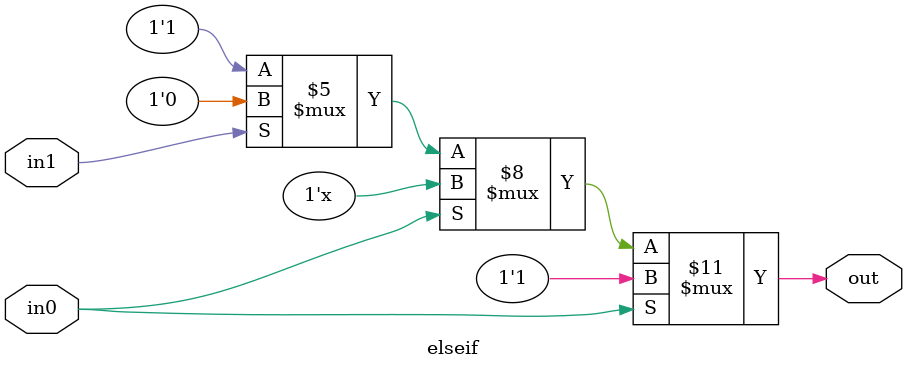
<source format=sv>
module elseif (
  input logic in0,
  input logic in1,
  output logic out
);

always_comb begin
  if (in0 == 1'h1) begin
    out = 1'h1;
  end
  else if (in1 == 1'h1) begin
    out = 1'h0;
  end
  else out = 1'h1;
end
endmodule   // elseif


</source>
